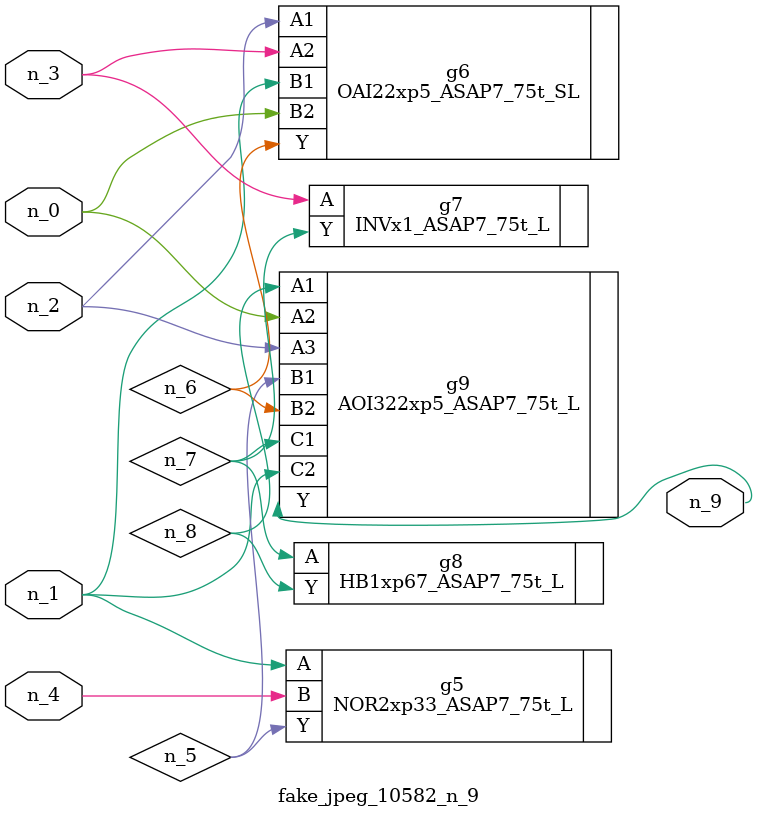
<source format=v>
module fake_jpeg_10582_n_9 (n_3, n_2, n_1, n_0, n_4, n_9);

input n_3;
input n_2;
input n_1;
input n_0;
input n_4;

output n_9;

wire n_8;
wire n_6;
wire n_5;
wire n_7;

NOR2xp33_ASAP7_75t_L g5 ( 
.A(n_1),
.B(n_4),
.Y(n_5)
);

OAI22xp5_ASAP7_75t_SL g6 ( 
.A1(n_2),
.A2(n_3),
.B1(n_1),
.B2(n_0),
.Y(n_6)
);

INVx1_ASAP7_75t_L g7 ( 
.A(n_3),
.Y(n_7)
);

HB1xp67_ASAP7_75t_L g8 ( 
.A(n_7),
.Y(n_8)
);

AOI322xp5_ASAP7_75t_L g9 ( 
.A1(n_8),
.A2(n_0),
.A3(n_2),
.B1(n_5),
.B2(n_6),
.C1(n_7),
.C2(n_1),
.Y(n_9)
);


endmodule
</source>
